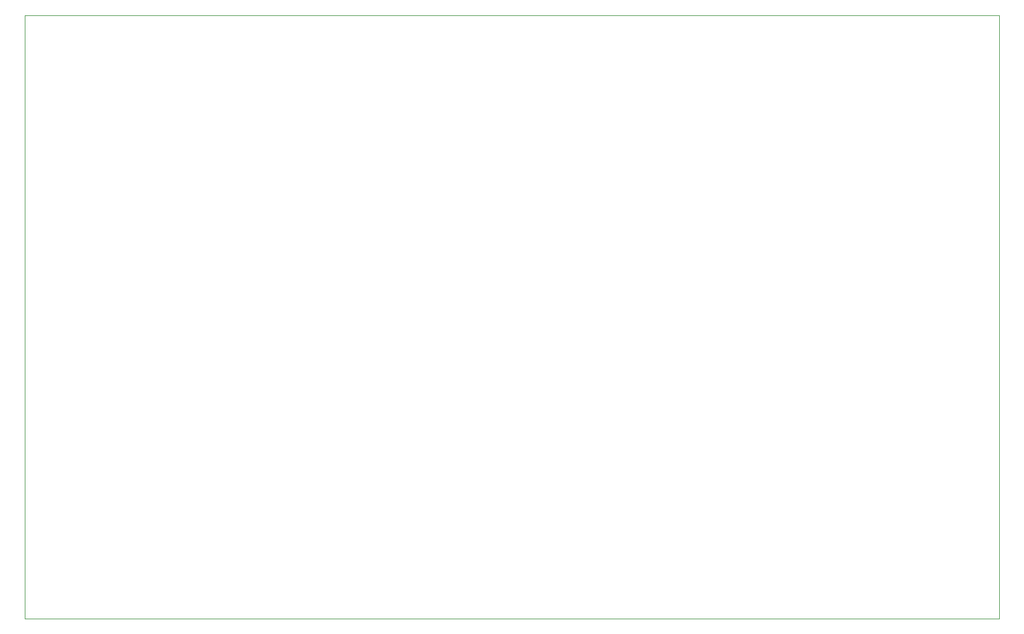
<source format=gbr>
%TF.GenerationSoftware,KiCad,Pcbnew,7.0.5*%
%TF.CreationDate,2024-09-14T15:13:57-07:00*%
%TF.ProjectId,advent_calendar,61647665-6e74-45f6-9361-6c656e646172,rev?*%
%TF.SameCoordinates,Original*%
%TF.FileFunction,Profile,NP*%
%FSLAX46Y46*%
G04 Gerber Fmt 4.6, Leading zero omitted, Abs format (unit mm)*
G04 Created by KiCad (PCBNEW 7.0.5) date 2024-09-14 15:13:57*
%MOMM*%
%LPD*%
G01*
G04 APERTURE LIST*
%TA.AperFunction,Profile*%
%ADD10C,0.100000*%
%TD*%
G04 APERTURE END LIST*
D10*
X89500000Y-41500000D02*
X229250000Y-41500000D01*
X229250000Y-128000000D01*
X89500000Y-128000000D01*
X89500000Y-41500000D01*
M02*

</source>
